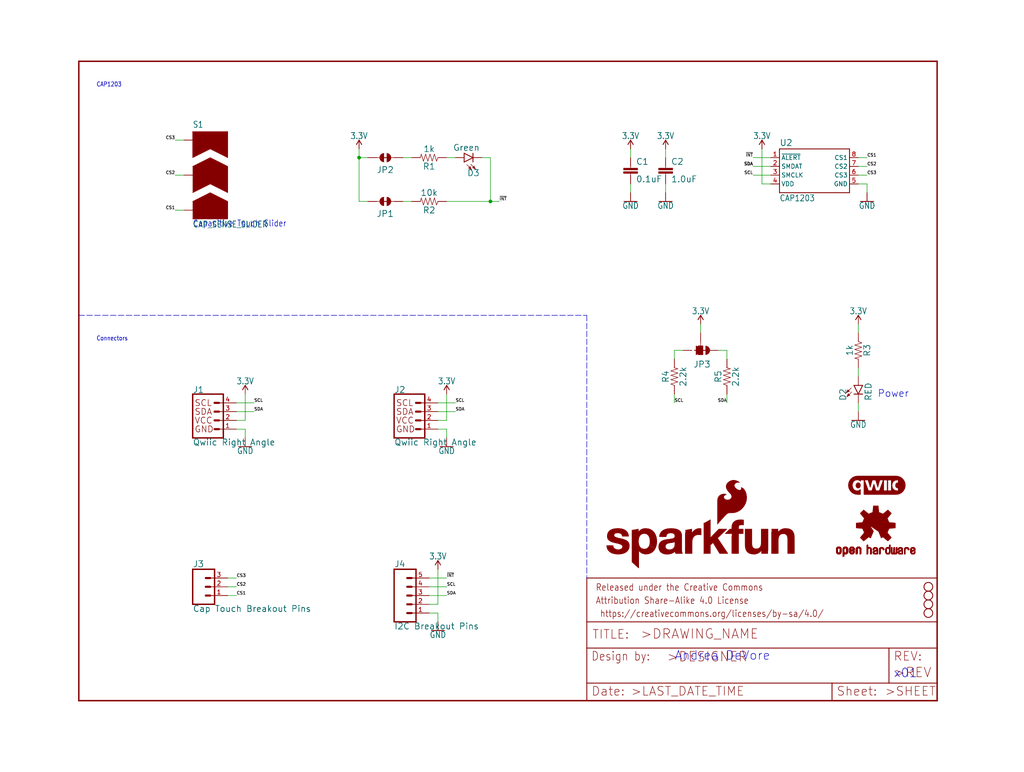
<source format=kicad_sch>
(kicad_sch (version 20211123) (generator eeschema)
  (paper "User" 297.002 223.926)
  (lib_symbols
    (symbol "schematicEagle-eagle-import:0.1UF-0603-25V-5%"
      (property "Reference" "C" (at 1.524 2.921 0))
      (property "Value" "0.1UF-0603-25V-5%" (at 1.524 -2.159 0))
      (symbol "0.1UF-0603-25V-5%_1_0"
        (pin passive line (at 0 5.08 270) (length 2.54) (name "1") (number "1"))
        (pin passive line (at 0 -2.54 90) (length 2.54) (name "2") (number "2"))
      )
    )
    (symbol "schematicEagle-eagle-import:1.0UF-0603-16V-10%"
      (property "Reference" "C" (at 1.524 2.921 0))
      (property "Value" "1.0UF-0603-16V-10%" (at 1.524 -2.159 0))
      (symbol "1.0UF-0603-16V-10%_1_0"
        (pin passive line (at 0 5.08 270) (length 2.54) (name "1") (number "1"))
        (pin passive line (at 0 -2.54 90) (length 2.54) (name "2") (number "2"))
      )
    )
    (symbol "schematicEagle-eagle-import:10KOHM-0603-1{slash}10W-1%"
      (property "Reference" "R" (at 0 1.524 0))
      (property "Value" "10KOHM-0603-1{slash}10W-1%" (at 0 -1.524 0))
      (symbol "10KOHM-0603-1{slash}10W-1%_1_0"
        (pin passive line (at -5.08 0 0) (length 2.54) (name "1") (number "1"))
        (pin passive line (at 5.08 0 180) (length 2.54) (name "2") (number "2"))
      )
    )
    (symbol "schematicEagle-eagle-import:1KOHM-0603-1{slash}10W-1%"
      (property "Reference" "R" (at 0 1.524 0))
      (property "Value" "1KOHM-0603-1{slash}10W-1%" (at 0 -1.524 0))
      (symbol "1KOHM-0603-1{slash}10W-1%_1_0"
        (pin passive line (at -5.08 0 0) (length 2.54) (name "1") (number "1"))
        (pin passive line (at 5.08 0 180) (length 2.54) (name "2") (number "2"))
      )
    )
    (symbol "schematicEagle-eagle-import:2.2KOHM-0603-1{slash}10W-1%"
      (property "Reference" "R" (at 0 1.524 0))
      (property "Value" "2.2KOHM-0603-1{slash}10W-1%" (at 0 -1.524 0))
      (symbol "2.2KOHM-0603-1{slash}10W-1%_1_0"
        (pin passive line (at -5.08 0 0) (length 2.54) (name "1") (number "1"))
        (pin passive line (at 5.08 0 180) (length 2.54) (name "2") (number "2"))
      )
    )
    (symbol "schematicEagle-eagle-import:3.3V" (power)
      (property "Value" "3.3V" (at 0 2.794 0))
      (symbol "3.3V_1_0"
        (pin power_in line (at 0 0 90) (length 2.54) (name "3.3V") (number "1"))
      )
    )
    (symbol "schematicEagle-eagle-import:CAP1203"
      (property "Reference" "U" (at -10.16 5.842 0))
      (property "Value" "CAP1203" (at -10.16 -10.16 0))
      (symbol "CAP1203_1_0"
        (pin output line (at -12.7 2.54 0) (length 2.54) (name "~{ALERT}") (number "1"))
        (pin bidirectional line (at -12.7 0 0) (length 2.54) (name "SMDAT") (number "2"))
        (pin input line (at -12.7 -2.54 0) (length 2.54) (name "SMCLK") (number "3"))
        (pin power_in line (at -12.7 -5.08 0) (length 2.54) (name "VDD") (number "4"))
        (pin power_in line (at 12.7 -5.08 180) (length 2.54) (name "GND") (number "5"))
        (pin bidirectional line (at 12.7 -2.54 180) (length 2.54) (name "CS3") (number "6"))
        (pin bidirectional line (at 12.7 0 180) (length 2.54) (name "CS2") (number "7"))
        (pin bidirectional line (at 12.7 2.54 180) (length 2.54) (name "CS1") (number "8"))
      )
    )
    (symbol "schematicEagle-eagle-import:CAP_SENSE_SLIDER"
      (property "Reference" "S" (at -5.08 13.716 0))
      (property "Value" "CAP_SENSE_SLIDER" (at -5.08 -15.24 0))
      (symbol "CAP_SENSE_SLIDER_1_0"
        (pin bidirectional line (at -7.62 -10.16 0) (length 2.54) (name "1") (number "1"))
        (pin bidirectional line (at -7.62 0 0) (length 2.54) (name "2") (number "2"))
        (pin bidirectional line (at -7.62 10.16 0) (length 2.54) (name "3") (number "3"))
      )
    )
    (symbol "schematicEagle-eagle-import:CONN_031X03_NO_SILK"
      (property "Reference" "J" (at -2.54 5.588 0))
      (property "Value" "CONN_031X03_NO_SILK" (at -2.54 -7.366 0))
      (symbol "CONN_031X03_NO_SILK_1_0"
        (pin passive line (at 7.62 -2.54 180) (length 5.08) (name "1") (number "1"))
        (pin passive line (at 7.62 0 180) (length 5.08) (name "2") (number "2"))
        (pin passive line (at 7.62 2.54 180) (length 5.08) (name "3") (number "3"))
      )
    )
    (symbol "schematicEagle-eagle-import:CONN_05NO_SILK"
      (property "Reference" "J" (at -2.54 8.128 0))
      (property "Value" "CONN_05NO_SILK" (at -2.54 -9.906 0))
      (symbol "CONN_05NO_SILK_1_0"
        (pin passive line (at 7.62 -5.08 180) (length 5.08) (name "1") (number "1"))
        (pin passive line (at 7.62 -2.54 180) (length 5.08) (name "2") (number "2"))
        (pin passive line (at 7.62 0 180) (length 5.08) (name "3") (number "3"))
        (pin passive line (at 7.62 2.54 180) (length 5.08) (name "4") (number "4"))
        (pin passive line (at 7.62 5.08 180) (length 5.08) (name "5") (number "5"))
      )
    )
    (symbol "schematicEagle-eagle-import:FRAME-LETTER"
      (symbol "FRAME-LETTER_2_0"
        (text " https://creativecommons.org/licenses/by-sa/4.0/" (at 2.54 24.13 0) (effects (font (size 1.9304 1.6408)) (justify left bottom)))
        (text ">DESIGNER" (at 23.114 11.176 0) (effects (font (size 2.7432 2.7432)) (justify left bottom)))
        (text ">DRAWING_NAME" (at 15.494 17.78 0) (effects (font (size 2.7432 2.7432)) (justify left bottom)))
        (text ">LAST_DATE_TIME" (at 12.7 1.27 0) (effects (font (size 2.54 2.54)) (justify left bottom)))
        (text ">REV" (at 88.9 6.604 0) (effects (font (size 2.7432 2.7432)) (justify left bottom)))
        (text ">SHEET" (at 86.36 1.27 0) (effects (font (size 2.54 2.54)) (justify left bottom)))
        (text "Attribution Share-Alike 4.0 License" (at 2.54 27.94 0) (effects (font (size 1.9304 1.6408)) (justify left bottom)))
        (text "Date:" (at 1.27 1.27 0) (effects (font (size 2.54 2.54)) (justify left bottom)))
        (text "Design by:" (at 1.27 11.43 0) (effects (font (size 2.54 2.159)) (justify left bottom)))
        (text "Released under the Creative Commons" (at 2.54 31.75 0) (effects (font (size 1.9304 1.6408)) (justify left bottom)))
        (text "REV:" (at 88.9 11.43 0) (effects (font (size 2.54 2.54)) (justify left bottom)))
        (text "Sheet:" (at 72.39 1.27 0) (effects (font (size 2.54 2.54)) (justify left bottom)))
        (text "TITLE:" (at 1.524 17.78 0) (effects (font (size 2.54 2.54)) (justify left bottom)))
      )
    )
    (symbol "schematicEagle-eagle-import:GND" (power)
      (property "Value" "GND" (at 0 -0.254 0))
      (symbol "GND_1_0"
        (pin power_in line (at 0 2.54 270) (length 2.54) (name "GND") (number "1"))
      )
    )
    (symbol "schematicEagle-eagle-import:I2C_STANDARDQWIIC"
      (property "Reference" "J" (at -5.08 7.874 0))
      (property "Value" "I2C_STANDARDQWIIC" (at -5.08 -5.334 0))
      (symbol "I2C_STANDARDQWIIC_1_0"
        (text "GND" (at -4.572 -2.54 0) (effects (font (size 1.778 1.778)) (justify left)))
        (text "SCL" (at -4.572 5.08 0) (effects (font (size 1.778 1.778)) (justify left)))
        (text "SDA" (at -4.572 2.54 0) (effects (font (size 1.778 1.778)) (justify left)))
        (text "VCC" (at -4.572 0 0) (effects (font (size 1.778 1.778)) (justify left)))
        (pin power_in line (at 7.62 -2.54 180) (length 5.08) (name "1") (number "1"))
        (pin power_in line (at 7.62 0 180) (length 5.08) (name "2") (number "2"))
        (pin passive line (at 7.62 2.54 180) (length 5.08) (name "3") (number "3"))
        (pin passive line (at 7.62 5.08 180) (length 5.08) (name "4") (number "4"))
      )
    )
    (symbol "schematicEagle-eagle-import:JUMPER-SMT_2_NC_TRACE_SILK"
      (property "Reference" "JP" (at -2.54 2.54 0))
      (property "Value" "JUMPER-SMT_2_NC_TRACE_SILK" (at -2.54 -2.54 0))
      (symbol "JUMPER-SMT_2_NC_TRACE_SILK_1_0"
        (pin passive line (at -5.08 0 0) (length 2.54) (name "1") (number "1"))
        (pin passive line (at 5.08 0 180) (length 2.54) (name "2") (number "2"))
      )
    )
    (symbol "schematicEagle-eagle-import:JUMPER-SMT_3_2-NC_TRACE_SILK"
      (property "Reference" "JP" (at 2.54 0.381 0))
      (property "Value" "JUMPER-SMT_3_2-NC_TRACE_SILK" (at 2.54 -0.381 0))
      (symbol "JUMPER-SMT_3_2-NC_TRACE_SILK_1_0"
        (pin passive line (at 0 5.08 270) (length 2.54) (name "1") (number "1"))
        (pin passive line (at -5.08 0 0) (length 2.54) (name "2") (number "2"))
        (pin passive line (at 0 -5.08 90) (length 2.54) (name "3") (number "3"))
      )
    )
    (symbol "schematicEagle-eagle-import:LED-GREEN1206-BOTTOM"
      (property "Reference" "D" (at -3.429 -4.572 90))
      (property "Value" "LED-GREEN1206-BOTTOM" (at 1.905 -4.572 90))
      (symbol "LED-GREEN1206-BOTTOM_1_0"
        (pin passive line (at 0 2.54 270) (length 2.54) (name "A") (number "A"))
        (pin passive line (at 0 -5.08 90) (length 2.54) (name "C") (number "C"))
      )
    )
    (symbol "schematicEagle-eagle-import:LED-RED0603"
      (property "Reference" "D" (at -3.429 -4.572 90))
      (property "Value" "LED-RED0603" (at 1.905 -4.572 90))
      (symbol "LED-RED0603_1_0"
        (pin passive line (at 0 2.54 270) (length 2.54) (name "A") (number "A"))
        (pin passive line (at 0 -5.08 90) (length 2.54) (name "C") (number "C"))
      )
    )
    (symbol "schematicEagle-eagle-import:OSHW-LOGOS")
    (symbol "schematicEagle-eagle-import:QWIIC_LOGO_5MM")
    (symbol "schematicEagle-eagle-import:SFE_LOGO_NAME_FLAME.1_INCH")
    (symbol "schematicEagle-eagle-import:STAND-OFF")
  )
  (junction (at 104.14 45.72))
  (junction (at 142.24 58.42))
  (wire (pts (xy 66.04 172.72) (xy 68.58 172.72)))
  (wire (pts (xy 251.46 50.8) (xy 248.92 50.8)))
  (wire (pts (xy 68.58 116.84) (xy 73.66 116.84)))
  (wire (pts (xy 223.52 45.72) (xy 218.44 45.72)))
  (wire (pts (xy 127 119.38) (xy 132.08 119.38)))
  (wire (pts (xy 220.98 53.34) (xy 220.98 43.18)))
  (wire (pts (xy 104.14 58.42) (xy 104.14 45.72)))
  (polyline (pts (xy 170.18 91.44) (xy 170.18 167.64)))
  (wire (pts (xy 106.68 45.72) (xy 104.14 45.72)))
  (wire (pts (xy 53.34 60.96) (xy 50.8 60.96)))
  (wire (pts (xy 66.04 167.64) (xy 68.58 167.64)))
  (wire (pts (xy 129.54 45.72) (xy 132.08 45.72)))
  (wire (pts (xy 195.58 101.6) (xy 195.58 104.14)))
  (wire (pts (xy 71.12 121.92) (xy 71.12 114.3)))
  (wire (pts (xy 248.92 45.72) (xy 251.46 45.72)))
  (wire (pts (xy 248.92 53.34) (xy 251.46 53.34)))
  (wire (pts (xy 127 177.8) (xy 127 180.34)))
  (wire (pts (xy 50.8 50.8) (xy 53.34 50.8)))
  (wire (pts (xy 208.28 101.6) (xy 210.82 101.6)))
  (wire (pts (xy 223.52 50.8) (xy 218.44 50.8)))
  (wire (pts (xy 248.92 116.84) (xy 248.92 119.38)))
  (wire (pts (xy 71.12 124.46) (xy 71.12 127)))
  (wire (pts (xy 68.58 121.92) (xy 71.12 121.92)))
  (wire (pts (xy 193.04 53.34) (xy 193.04 55.88)))
  (wire (pts (xy 223.52 48.26) (xy 218.44 48.26)))
  (wire (pts (xy 127 121.92) (xy 129.54 121.92)))
  (polyline (pts (xy 22.86 91.44) (xy 170.18 91.44)))
  (wire (pts (xy 251.46 53.34) (xy 251.46 55.88)))
  (wire (pts (xy 248.92 106.68) (xy 248.92 109.22)))
  (wire (pts (xy 193.04 45.72) (xy 193.04 43.18)))
  (wire (pts (xy 195.58 114.3) (xy 195.58 116.84)))
  (wire (pts (xy 142.24 58.42) (xy 129.54 58.42)))
  (wire (pts (xy 223.52 53.34) (xy 220.98 53.34)))
  (wire (pts (xy 124.46 167.64) (xy 129.54 167.64)))
  (wire (pts (xy 129.54 121.92) (xy 129.54 114.3)))
  (wire (pts (xy 182.88 43.18) (xy 182.88 45.72)))
  (wire (pts (xy 129.54 124.46) (xy 129.54 127)))
  (wire (pts (xy 182.88 53.34) (xy 182.88 55.88)))
  (wire (pts (xy 251.46 48.26) (xy 248.92 48.26)))
  (wire (pts (xy 104.14 45.72) (xy 104.14 43.18)))
  (wire (pts (xy 124.46 175.26) (xy 127 175.26)))
  (wire (pts (xy 127 175.26) (xy 127 165.1)))
  (wire (pts (xy 127 116.84) (xy 132.08 116.84)))
  (wire (pts (xy 68.58 119.38) (xy 73.66 119.38)))
  (wire (pts (xy 119.38 45.72) (xy 116.84 45.72)))
  (wire (pts (xy 210.82 101.6) (xy 210.82 104.14)))
  (wire (pts (xy 198.12 101.6) (xy 195.58 101.6)))
  (wire (pts (xy 142.24 45.72) (xy 142.24 58.42)))
  (wire (pts (xy 124.46 170.18) (xy 129.54 170.18)))
  (wire (pts (xy 124.46 172.72) (xy 129.54 172.72)))
  (wire (pts (xy 127 124.46) (xy 129.54 124.46)))
  (wire (pts (xy 248.92 93.98) (xy 248.92 96.52)))
  (wire (pts (xy 203.2 93.98) (xy 203.2 96.52)))
  (wire (pts (xy 139.7 45.72) (xy 142.24 45.72)))
  (wire (pts (xy 124.46 177.8) (xy 127 177.8)))
  (wire (pts (xy 66.04 170.18) (xy 68.58 170.18)))
  (wire (pts (xy 210.82 114.3) (xy 210.82 116.84)))
  (wire (pts (xy 116.84 58.42) (xy 119.38 58.42)))
  (wire (pts (xy 106.68 58.42) (xy 104.14 58.42)))
  (wire (pts (xy 144.78 58.42) (xy 142.24 58.42)))
  (wire (pts (xy 68.58 124.46) (xy 71.12 124.46)))
  (wire (pts (xy 53.34 40.64) (xy 50.8 40.64)))
  (text "Power" (at 259.08 114.3 180) (effects (font (size 2.032 2.032))))
  (text "Capacitive Touch Slider" (at 55.88 66.04 180) (effects (font (size 1.778 1.5113)) (justify left bottom)))
  (text "Andrea DeVore" (at 195.58 191.77 180) (effects (font (size 2.54 2.54)) (justify left bottom)))
  (text "x01" (at 259.08 196.85 180) (effects (font (size 2.54 2.54)) (justify left bottom)))
  (text "Connectors" (at 27.94 99.06 180) (effects (font (size 1.27 1.0795)) (justify left bottom)))
  (text "CAP1203" (at 27.94 25.4 180) (effects (font (size 1.27 1.0795)) (justify left bottom)))
  (label "~{INT}" (at 218.44 45.72 180) (effects (font (size 0.889 0.889))))
  (label "CS2" (at 68.58 170.18 0) (effects (font (size 0.889 0.889))))
  (label "CS1" (at 68.58 172.72 0) (effects (font (size 0.889 0.889))))
  (label "SDA" (at 218.44 48.26 180) (effects (font (size 0.889 0.889))))
  (label "CS3" (at 251.46 50.8 0) (effects (font (size 0.889 0.889))))
  (label "CS2" (at 251.46 48.26 0) (effects (font (size 0.889 0.889))))
  (label "~{INT}" (at 144.78 58.42 0) (effects (font (size 0.889 0.889))))
  (label "SDA" (at 129.54 172.72 0) (effects (font (size 0.889 0.889))))
  (label "SCL" (at 73.66 116.84 0) (effects (font (size 0.889 0.889))))
  (label "CS2" (at 50.8 50.8 180) (effects (font (size 0.889 0.889))))
  (label "SDA" (at 73.66 119.38 0) (effects (font (size 0.889 0.889))))
  (label "CS3" (at 50.8 40.64 180) (effects (font (size 0.889 0.889))))
  (label "SCL" (at 132.08 116.84 0) (effects (font (size 0.889 0.889))))
  (label "SCL" (at 129.54 170.18 0) (effects (font (size 0.889 0.889))))
  (label "SDA" (at 132.08 119.38 0) (effects (font (size 0.889 0.889))))
  (label "CS1" (at 251.46 45.72 0) (effects (font (size 0.889 0.889))))
  (label "CS1" (at 50.8 60.96 180) (effects (font (size 0.889 0.889))))
  (label "SDA" (at 218.44 48.26 180) (effects (font (size 0.889 0.889))))
  (label "CS3" (at 68.58 167.64 0) (effects (font (size 0.889 0.889))))
  (label "SDA" (at 210.82 116.84 180) (effects (font (size 0.889 0.889))))
  (label "SCL" (at 195.58 116.84 0) (effects (font (size 0.889 0.889))))
  (label "~{INT}" (at 129.54 167.64 0) (effects (font (size 0.889 0.889))))
  (label "SCL" (at 218.44 50.8 180) (effects (font (size 0.889 0.889))))
  (symbol (lib_id "schematicEagle-eagle-import:3.3V") (at 71.12 114.3 0) (unit 1)
    (property "Reference" "#SUPPLY5" (effects hide))
    (property "Value" "3.3V" (at 71.12 111.506 0) (effects (font (size 1.778 1.5113)) (justify bottom)))
    (property "Footprint" "schematicEagle:" (effects hide))
  )
  (symbol (lib_id "schematicEagle-eagle-import:SFE_LOGO_NAME_FLAME.1_INCH") (at 175.26 165.1 0) (unit 1)
    (property "Reference" "LOGO1" (effects hide))
    (property "Value" "SFE_LOGO_NAME_FLAME.1_INCH" (effects hide))
    (property "Footprint" "schematicEagle:SFE_LOGO_NAME_FLAME_.1" (effects hide))
  )
  (symbol (lib_id "schematicEagle-eagle-import:GND") (at 182.88 58.42 0) (unit 1)
    (property "Reference" "#GND6" (effects hide))
    (property "Value" "GND" (at 182.88 58.674 0) (effects (font (size 1.778 1.5113)) (justify top)))
    (property "Footprint" "schematicEagle:" (effects hide))
  )
  (symbol (lib_id "schematicEagle-eagle-import:FRAME-LETTER") (at 170.18 203.2 0) (unit 2)
    (property "Reference" "FRAME1" (effects hide))
    (property "Value" "FRAME-LETTER" (effects hide))
    (property "Footprint" "schematicEagle:CREATIVE_COMMONS" (effects hide))
  )
  (symbol (lib_id "schematicEagle-eagle-import:CONN_05NO_SILK") (at 116.84 172.72 0) (unit 1)
    (property "Reference" "J4" (at 114.3 164.592 0) (effects (font (size 1.778 1.778)) (justify left bottom)))
    (property "Value" "I2C Breakout Pins" (at 114.3 182.626 0) (effects (font (size 1.778 1.778)) (justify left bottom)))
    (property "Footprint" "schematicEagle:1X05_NO_SILK" (effects hide))
  )
  (symbol (lib_id "schematicEagle-eagle-import:JUMPER-SMT_2_NC_TRACE_SILK") (at 111.76 58.42 180) (unit 1)
    (property "Reference" "JP1" (at 114.3 60.96 0) (effects (font (size 1.778 1.778)) (justify left bottom)))
    (property "Value" "JUMPER-SMT_2_NC_TRACE_SILK" (effects hide))
    (property "Footprint" "schematicEagle:SMT-JUMPER_2_NC_TRACE_SILK" (effects hide))
  )
  (symbol (lib_id "schematicEagle-eagle-import:1KOHM-0603-1{slash}10W-1%") (at 124.46 45.72 180) (unit 1)
    (property "Reference" "R1" (at 124.46 47.244 0) (effects (font (size 1.778 1.778)) (justify bottom)))
    (property "Value" "1k" (at 124.46 44.196 0) (effects (font (size 1.778 1.778)) (justify top)))
    (property "Footprint" "schematicEagle:0603" (effects hide))
  )
  (symbol (lib_id "schematicEagle-eagle-import:3.3V") (at 127 165.1 0) (unit 1)
    (property "Reference" "#SUPPLY6" (effects hide))
    (property "Value" "3.3V" (at 127 162.306 0) (effects (font (size 1.778 1.5113)) (justify bottom)))
    (property "Footprint" "schematicEagle:" (effects hide))
  )
  (symbol (lib_id "schematicEagle-eagle-import:10KOHM-0603-1{slash}10W-1%") (at 124.46 58.42 180) (unit 1)
    (property "Reference" "R2" (at 124.46 59.944 0) (effects (font (size 1.778 1.778)) (justify bottom)))
    (property "Value" "10k" (at 124.46 56.896 0) (effects (font (size 1.778 1.778)) (justify top)))
    (property "Footprint" "schematicEagle:0603" (effects hide))
  )
  (symbol (lib_id "schematicEagle-eagle-import:1.0UF-0603-16V-10%") (at 193.04 50.8 0) (unit 1)
    (property "Reference" "C2" (at 194.564 47.879 0) (effects (font (size 1.778 1.778)) (justify left bottom)))
    (property "Value" "1.0uF" (at 194.564 52.959 0) (effects (font (size 1.778 1.778)) (justify left bottom)))
    (property "Footprint" "schematicEagle:0603" (effects hide))
  )
  (symbol (lib_id "schematicEagle-eagle-import:JUMPER-SMT_2_NC_TRACE_SILK") (at 111.76 45.72 180) (unit 1)
    (property "Reference" "JP2" (at 114.3 48.26 0) (effects (font (size 1.778 1.778)) (justify left bottom)))
    (property "Value" "JUMPER-SMT_2_NC_TRACE_SILK" (effects hide))
    (property "Footprint" "schematicEagle:SMT-JUMPER_2_NC_TRACE_SILK" (effects hide))
  )
  (symbol (lib_id "schematicEagle-eagle-import:JUMPER-SMT_3_2-NC_TRACE_SILK") (at 203.2 101.6 270) (unit 1)
    (property "Reference" "JP3" (at 201.041 106.68 90) (effects (font (size 1.778 1.778)) (justify left bottom)))
    (property "Value" "JUMPER-SMT_3_2-NC_TRACE_SILK" (effects hide))
    (property "Footprint" "schematicEagle:SMT-JUMPER_3_2-NC_TRACE_SILK" (effects hide))
  )
  (symbol (lib_id "schematicEagle-eagle-import:CAP_SENSE_SLIDER") (at 60.96 50.8 0) (unit 1)
    (property "Reference" "S1" (at 55.88 37.084 0) (effects (font (size 1.778 1.5113)) (justify left bottom)))
    (property "Value" "CAP_SENSE_SLIDER" (at 55.88 66.04 0) (effects (font (size 1.778 1.5113)) (justify left bottom)))
    (property "Footprint" "schematicEagle:CAP_SENSE_SLIDER" (effects hide))
  )
  (symbol (lib_id "schematicEagle-eagle-import:3.3V") (at 193.04 43.18 0) (mirror y) (unit 1)
    (property "Reference" "#SUPPLY8" (effects hide))
    (property "Value" "3.3V" (at 193.04 40.386 0) (effects (font (size 1.778 1.5113)) (justify bottom)))
    (property "Footprint" "schematicEagle:" (effects hide))
  )
  (symbol (lib_id "schematicEagle-eagle-import:GND") (at 127 182.88 0) (unit 1)
    (property "Reference" "#GND7" (effects hide))
    (property "Value" "GND" (at 127 183.134 0) (effects (font (size 1.778 1.5113)) (justify top)))
    (property "Footprint" "schematicEagle:" (effects hide))
  )
  (symbol (lib_id "schematicEagle-eagle-import:GND") (at 193.04 58.42 0) (unit 1)
    (property "Reference" "#GND2" (effects hide))
    (property "Value" "GND" (at 193.04 58.674 0) (effects (font (size 1.778 1.5113)) (justify top)))
    (property "Footprint" "schematicEagle:" (effects hide))
  )
  (symbol (lib_id "schematicEagle-eagle-import:GND") (at 71.12 129.54 0) (unit 1)
    (property "Reference" "#GND5" (effects hide))
    (property "Value" "GND" (at 71.12 129.794 0) (effects (font (size 1.778 1.5113)) (justify top)))
    (property "Footprint" "schematicEagle:" (effects hide))
  )
  (symbol (lib_id "schematicEagle-eagle-import:LED-GREEN1206-BOTTOM") (at 134.62 45.72 90) (unit 1)
    (property "Reference" "D3" (at 139.192 49.149 90) (effects (font (size 1.778 1.778)) (justify left bottom)))
    (property "Value" "Green" (at 139.192 43.815 90) (effects (font (size 1.778 1.778)) (justify left top)))
    (property "Footprint" "schematicEagle:LED-1206-BOTTOM" (effects hide))
  )
  (symbol (lib_id "schematicEagle-eagle-import:3.3V") (at 248.92 93.98 0) (unit 1)
    (property "Reference" "#SUPPLY3" (effects hide))
    (property "Value" "3.3V" (at 248.92 91.186 0) (effects (font (size 1.778 1.5113)) (justify bottom)))
    (property "Footprint" "schematicEagle:" (effects hide))
  )
  (symbol (lib_id "schematicEagle-eagle-import:STAND-OFF") (at 269.24 177.8 0) (unit 1)
    (property "Reference" "H2" (effects hide))
    (property "Value" "STAND-OFF" (effects hide))
    (property "Footprint" "schematicEagle:STAND-OFF" (effects hide))
  )
  (symbol (lib_id "schematicEagle-eagle-import:0.1UF-0603-25V-5%") (at 182.88 50.8 0) (unit 1)
    (property "Reference" "C1" (at 184.404 47.879 0) (effects (font (size 1.778 1.778)) (justify left bottom)))
    (property "Value" "0.1uF" (at 184.404 52.959 0) (effects (font (size 1.778 1.778)) (justify left bottom)))
    (property "Footprint" "schematicEagle:0603" (effects hide))
  )
  (symbol (lib_id "schematicEagle-eagle-import:FRAME-LETTER") (at 22.86 203.2 0) (unit 1)
    (property "Reference" "FRAME1" (effects hide))
    (property "Value" "FRAME-LETTER" (effects hide))
    (property "Footprint" "schematicEagle:CREATIVE_COMMONS" (effects hide))
  )
  (symbol (lib_id "schematicEagle-eagle-import:STAND-OFF") (at 269.24 175.26 0) (unit 1)
    (property "Reference" "H5" (effects hide))
    (property "Value" "STAND-OFF" (effects hide))
    (property "Footprint" "schematicEagle:STAND-OFF" (effects hide))
  )
  (symbol (lib_id "schematicEagle-eagle-import:STAND-OFF") (at 269.24 170.18 0) (unit 1)
    (property "Reference" "H3" (effects hide))
    (property "Value" "STAND-OFF" (effects hide))
    (property "Footprint" "schematicEagle:STAND-OFF" (effects hide))
  )
  (symbol (lib_id "schematicEagle-eagle-import:3.3V") (at 104.14 43.18 0) (unit 1)
    (property "Reference" "#SUPPLY2" (effects hide))
    (property "Value" "3.3V" (at 104.14 40.386 0) (effects (font (size 1.778 1.5113)) (justify bottom)))
    (property "Footprint" "schematicEagle:" (effects hide))
  )
  (symbol (lib_id "schematicEagle-eagle-import:3.3V") (at 220.98 43.18 0) (mirror y) (unit 1)
    (property "Reference" "#SUPPLY1" (effects hide))
    (property "Value" "3.3V" (at 220.98 40.386 0) (effects (font (size 1.778 1.5113)) (justify bottom)))
    (property "Footprint" "schematicEagle:" (effects hide))
  )
  (symbol (lib_id "schematicEagle-eagle-import:GND") (at 251.46 58.42 0) (unit 1)
    (property "Reference" "#GND1" (effects hide))
    (property "Value" "GND" (at 251.46 58.674 0) (effects (font (size 1.778 1.5113)) (justify top)))
    (property "Footprint" "schematicEagle:" (effects hide))
  )
  (symbol (lib_id "schematicEagle-eagle-import:CONN_031X03_NO_SILK") (at 58.42 170.18 0) (unit 1)
    (property "Reference" "J3" (at 55.88 164.592 0) (effects (font (size 1.778 1.778)) (justify left bottom)))
    (property "Value" "Cap Touch Breakout Pins" (at 55.88 177.546 0) (effects (font (size 1.778 1.778)) (justify left bottom)))
    (property "Footprint" "schematicEagle:1X03_NO_SILK" (effects hide))
  )
  (symbol (lib_id "schematicEagle-eagle-import:GND") (at 129.54 129.54 0) (unit 1)
    (property "Reference" "#GND4" (effects hide))
    (property "Value" "GND" (at 129.54 129.794 0) (effects (font (size 1.778 1.5113)) (justify top)))
    (property "Footprint" "schematicEagle:" (effects hide))
  )
  (symbol (lib_id "schematicEagle-eagle-import:3.3V") (at 129.54 114.3 0) (unit 1)
    (property "Reference" "#SUPPLY4" (effects hide))
    (property "Value" "3.3V" (at 129.54 111.506 0) (effects (font (size 1.778 1.5113)) (justify bottom)))
    (property "Footprint" "schematicEagle:" (effects hide))
  )
  (symbol (lib_id "schematicEagle-eagle-import:OSHW-LOGOS") (at 254 152.4 0) (unit 1)
    (property "Reference" "LOGO3" (effects hide))
    (property "Value" "OSHW-LOGOS" (effects hide))
    (property "Footprint" "schematicEagle:OSHW-LOGO-S" (effects hide))
  )
  (symbol (lib_id "schematicEagle-eagle-import:1KOHM-0603-1{slash}10W-1%") (at 248.92 101.6 270) (unit 1)
    (property "Reference" "R3" (at 250.444 101.6 0) (effects (font (size 1.778 1.778)) (justify bottom)))
    (property "Value" "1k" (at 247.396 101.6 0) (effects (font (size 1.778 1.778)) (justify top)))
    (property "Footprint" "schematicEagle:0603" (effects hide))
  )
  (symbol (lib_id "schematicEagle-eagle-import:3.3V") (at 203.2 93.98 0) (unit 1)
    (property "Reference" "#SUPPLY7" (effects hide))
    (property "Value" "3.3V" (at 203.2 91.186 0) (effects (font (size 1.778 1.5113)) (justify bottom)))
    (property "Footprint" "schematicEagle:" (effects hide))
  )
  (symbol (lib_id "schematicEagle-eagle-import:CAP1203") (at 236.22 48.26 0) (unit 1)
    (property "Reference" "U2" (at 226.06 42.418 0) (effects (font (size 1.778 1.778)) (justify left bottom)))
    (property "Value" "CAP1203" (at 226.06 58.42 0) (effects (font (size 1.778 1.5113)) (justify left bottom)))
    (property "Footprint" "schematicEagle:SO08-TIGHT" (effects hide))
  )
  (symbol (lib_id "schematicEagle-eagle-import:I2C_STANDARDQWIIC") (at 119.38 121.92 0) (unit 1)
    (property "Reference" "J2" (at 114.3 114.046 0) (effects (font (size 1.778 1.778)) (justify left bottom)))
    (property "Value" "Qwiic Right Angle" (at 114.3 127.254 0) (effects (font (size 1.778 1.778)) (justify left top)))
    (property "Footprint" "schematicEagle:JST04_1MM_RA" (effects hide))
  )
  (symbol (lib_id "schematicEagle-eagle-import:2.2KOHM-0603-1{slash}10W-1%") (at 210.82 109.22 90) (unit 1)
    (property "Reference" "R5" (at 209.296 109.22 0) (effects (font (size 1.778 1.778)) (justify bottom)))
    (property "Value" "2.2k" (at 212.344 109.22 0) (effects (font (size 1.778 1.778)) (justify top)))
    (property "Footprint" "schematicEagle:0603" (effects hide))
  )
  (symbol (lib_id "schematicEagle-eagle-import:I2C_STANDARDQWIIC") (at 60.96 121.92 0) (unit 1)
    (property "Reference" "J1" (at 55.88 114.046 0) (effects (font (size 1.778 1.778)) (justify left bottom)))
    (property "Value" "Qwiic Right Angle" (at 55.88 127.254 0) (effects (font (size 1.778 1.778)) (justify left top)))
    (property "Footprint" "schematicEagle:JST04_1MM_RA" (effects hide))
  )
  (symbol (lib_id "schematicEagle-eagle-import:LED-RED0603") (at 248.92 111.76 0) (unit 1)
    (property "Reference" "D2" (at 245.491 116.332 90) (effects (font (size 1.778 1.778)) (justify left bottom)))
    (property "Value" "RED" (at 250.825 116.332 90) (effects (font (size 1.778 1.778)) (justify left top)))
    (property "Footprint" "schematicEagle:LED-0603" (effects hide))
  )
  (symbol (lib_id "schematicEagle-eagle-import:QWIIC_LOGO_5MM") (at 254.254 140.716 0) (unit 1)
    (property "Reference" "U$17" (effects hide))
    (property "Value" "QWIIC_LOGO_5MM" (effects hide))
    (property "Footprint" "schematicEagle:QWIIC_5MM" (effects hide))
  )
  (symbol (lib_id "schematicEagle-eagle-import:2.2KOHM-0603-1{slash}10W-1%") (at 195.58 109.22 90) (unit 1)
    (property "Reference" "R4" (at 194.056 109.22 0) (effects (font (size 1.778 1.778)) (justify bottom)))
    (property "Value" "2.2k" (at 197.104 109.22 0) (effects (font (size 1.778 1.778)) (justify top)))
    (property "Footprint" "schematicEagle:0603" (effects hide))
  )
  (symbol (lib_id "schematicEagle-eagle-import:STAND-OFF") (at 269.24 172.72 0) (unit 1)
    (property "Reference" "H1" (effects hide))
    (property "Value" "STAND-OFF" (effects hide))
    (property "Footprint" "schematicEagle:STAND-OFF" (effects hide))
  )
  (symbol (lib_id "schematicEagle-eagle-import:3.3V") (at 182.88 43.18 0) (mirror y) (unit 1)
    (property "Reference" "#SUPPLY9" (effects hide))
    (property "Value" "3.3V" (at 182.88 40.386 0) (effects (font (size 1.778 1.5113)) (justify bottom)))
    (property "Footprint" "schematicEagle:" (effects hide))
  )
  (symbol (lib_id "schematicEagle-eagle-import:GND") (at 248.92 121.92 0) (unit 1)
    (property "Reference" "#GND3" (effects hide))
    (property "Value" "GND" (at 248.92 122.174 0) (effects (font (size 1.778 1.5113)) (justify top)))
    (property "Footprint" "schematicEagle:" (effects hide))
  )
)
</source>
